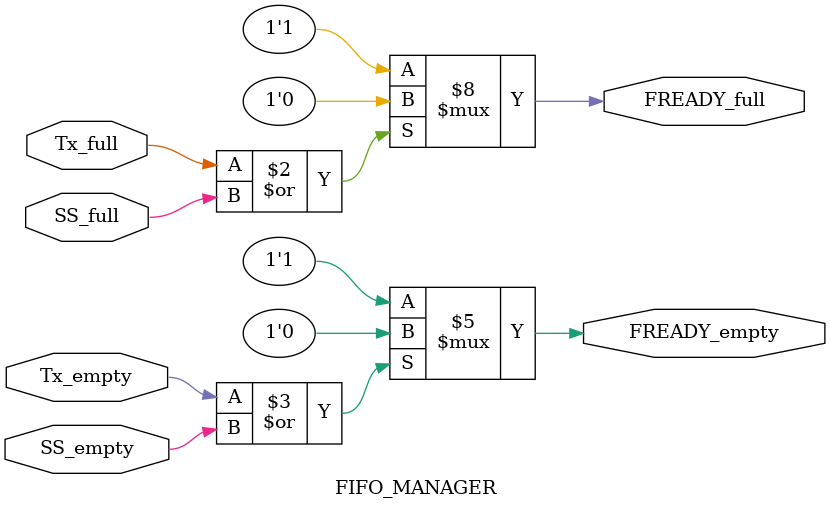
<source format=sv>
module FIFO_MANAGER(
    input logic Tx_full,
    input logic SS_full,
    input logic Tx_empty,
    input logic SS_empty,
    output logic FREADY_full,
    output logic FREADY_empty
);

always_comb begin : Full_empty_block
    if(Tx_full | SS_full)begin
        FREADY_full = 0;
    end else begin
        FREADY_full = 1;
    end

    if(Tx_empty | SS_empty) begin
        FREADY_empty = 0;
    end else begin
        FREADY_empty = 1;
    end

end


endmodule
</source>
